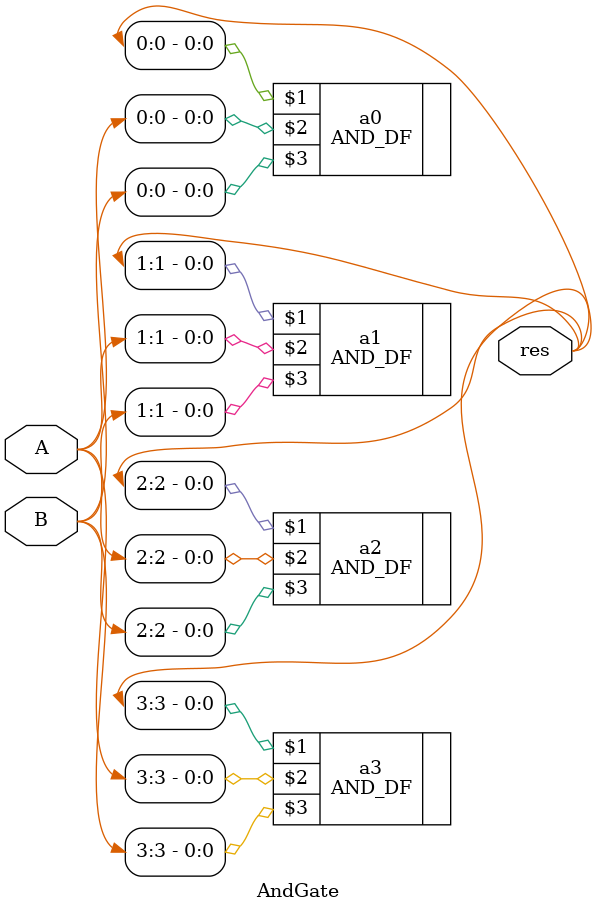
<source format=v>
module AndGate(res, A, B);
input [3:0] A, B;
output [3:0] res;
AND_DF a0(res[0], A[0], B[0]);
AND_DF a1(res[1], A[1], B[1]);
AND_DF a2(res[2], A[2], B[2]);
AND_DF a3(res[3], A[3], B[3]);
endmodule 
</source>
